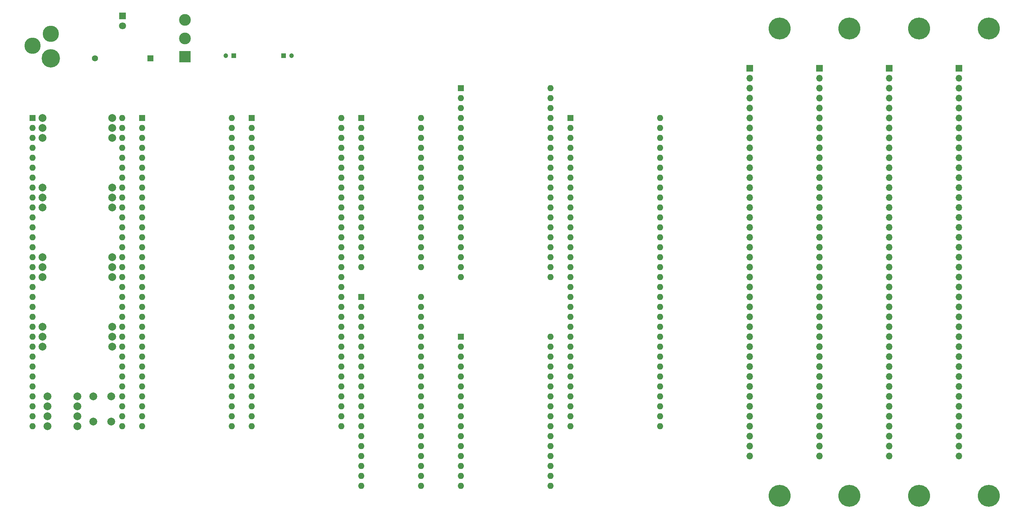
<source format=gbr>
%TF.GenerationSoftware,KiCad,Pcbnew,7.0.5*%
%TF.CreationDate,2023-12-16T14:31:37+02:00*%
%TF.ProjectId,HCP65 Test MPU Board,48435036-3520-4546-9573-74204d505520,rev?*%
%TF.SameCoordinates,Original*%
%TF.FileFunction,Soldermask,Bot*%
%TF.FilePolarity,Negative*%
%FSLAX46Y46*%
G04 Gerber Fmt 4.6, Leading zero omitted, Abs format (unit mm)*
G04 Created by KiCad (PCBNEW 7.0.5) date 2023-12-16 14:31:37*
%MOMM*%
%LPD*%
G01*
G04 APERTURE LIST*
%ADD10R,1.600000X1.600000*%
%ADD11O,1.600000X1.600000*%
%ADD12R,1.700000X1.700000*%
%ADD13O,1.700000X1.700000*%
%ADD14C,4.700000*%
%ADD15C,4.150000*%
%ADD16C,5.600000*%
%ADD17R,1.200000X1.200000*%
%ADD18C,1.200000*%
%ADD19R,3.000000X3.000000*%
%ADD20C,3.000000*%
%ADD21R,1.800000X1.800000*%
%ADD22C,1.800000*%
%ADD23C,2.000000*%
%ADD24R,1.575000X1.575000*%
%ADD25C,1.575000*%
G04 APERTURE END LIST*
D10*
%TO.C,B3*%
X50800000Y-53340000D03*
D11*
X50800000Y-55880000D03*
X50800000Y-58420000D03*
X50800000Y-60960000D03*
X50800000Y-63500000D03*
X50800000Y-66040000D03*
X50800000Y-68580000D03*
X50800000Y-71120000D03*
X50800000Y-73660000D03*
X50800000Y-76200000D03*
X50800000Y-78740000D03*
X50800000Y-81280000D03*
X50800000Y-83820000D03*
X50800000Y-86360000D03*
X50800000Y-88900000D03*
X50800000Y-91440000D03*
X50800000Y-93980000D03*
X50800000Y-96520000D03*
X50800000Y-99060000D03*
X50800000Y-101600000D03*
X50800000Y-104140000D03*
X50800000Y-106680000D03*
X50800000Y-109220000D03*
X50800000Y-111760000D03*
X50800000Y-114300000D03*
X50800000Y-116840000D03*
X50800000Y-119380000D03*
X50800000Y-121920000D03*
X50800000Y-124460000D03*
X50800000Y-127000000D03*
X50800000Y-129540000D03*
X50800000Y-132080000D03*
X73660000Y-132080000D03*
X73660000Y-129540000D03*
X73660000Y-127000000D03*
X73660000Y-124460000D03*
X73660000Y-121920000D03*
X73660000Y-119380000D03*
X73660000Y-116840000D03*
X73660000Y-114300000D03*
X73660000Y-111760000D03*
X73660000Y-109220000D03*
X73660000Y-106680000D03*
X73660000Y-104140000D03*
X73660000Y-101600000D03*
X73660000Y-99060000D03*
X73660000Y-96520000D03*
X73660000Y-93980000D03*
X73660000Y-91440000D03*
X73660000Y-88900000D03*
X73660000Y-86360000D03*
X73660000Y-83820000D03*
X73660000Y-81280000D03*
X73660000Y-78740000D03*
X73660000Y-76200000D03*
X73660000Y-73660000D03*
X73660000Y-71120000D03*
X73660000Y-68580000D03*
X73660000Y-66040000D03*
X73660000Y-63500000D03*
X73660000Y-60960000D03*
X73660000Y-58420000D03*
X73660000Y-55880000D03*
X73660000Y-53340000D03*
%TD*%
D10*
%TO.C,B6*%
X160020000Y-53340000D03*
D11*
X160020000Y-55880000D03*
X160020000Y-58420000D03*
X160020000Y-60960000D03*
X160020000Y-63500000D03*
X160020000Y-66040000D03*
X160020000Y-68580000D03*
X160020000Y-71120000D03*
X160020000Y-73660000D03*
X160020000Y-76200000D03*
X160020000Y-78740000D03*
X160020000Y-81280000D03*
X160020000Y-83820000D03*
X160020000Y-86360000D03*
X160020000Y-88900000D03*
X160020000Y-91440000D03*
X160020000Y-93980000D03*
X160020000Y-96520000D03*
X160020000Y-99060000D03*
X160020000Y-101600000D03*
X160020000Y-104140000D03*
X160020000Y-106680000D03*
X160020000Y-109220000D03*
X160020000Y-111760000D03*
X160020000Y-114300000D03*
X160020000Y-116840000D03*
X160020000Y-119380000D03*
X160020000Y-121920000D03*
X160020000Y-124460000D03*
X160020000Y-127000000D03*
X160020000Y-129540000D03*
X160020000Y-132080000D03*
X182880000Y-132080000D03*
X182880000Y-129540000D03*
X182880000Y-127000000D03*
X182880000Y-124460000D03*
X182880000Y-121920000D03*
X182880000Y-119380000D03*
X182880000Y-116840000D03*
X182880000Y-114300000D03*
X182880000Y-111760000D03*
X182880000Y-109220000D03*
X182880000Y-106680000D03*
X182880000Y-104140000D03*
X182880000Y-101600000D03*
X182880000Y-99060000D03*
X182880000Y-96520000D03*
X182880000Y-93980000D03*
X182880000Y-91440000D03*
X182880000Y-88900000D03*
X182880000Y-86360000D03*
X182880000Y-83820000D03*
X182880000Y-81280000D03*
X182880000Y-78740000D03*
X182880000Y-76200000D03*
X182880000Y-73660000D03*
X182880000Y-71120000D03*
X182880000Y-68580000D03*
X182880000Y-66040000D03*
X182880000Y-63500000D03*
X182880000Y-60960000D03*
X182880000Y-58420000D03*
X182880000Y-55880000D03*
X182880000Y-53340000D03*
%TD*%
D12*
%TO.C,J4*%
X259080000Y-40640000D03*
D13*
X259080000Y-43180000D03*
X259080000Y-45720000D03*
X259080000Y-48260000D03*
X259080000Y-50800000D03*
X259080000Y-53340000D03*
X259080000Y-55880000D03*
X259080000Y-58420000D03*
X259080000Y-60960000D03*
X259080000Y-63500000D03*
X259080000Y-66040000D03*
X259080000Y-68580000D03*
X259080000Y-71120000D03*
X259080000Y-73660000D03*
X259080000Y-76200000D03*
X259080000Y-78740000D03*
X259080000Y-81280000D03*
X259080000Y-83820000D03*
X259080000Y-86360000D03*
X259080000Y-88900000D03*
X259080000Y-91440000D03*
X259080000Y-93980000D03*
X259080000Y-96520000D03*
X259080000Y-99060000D03*
X259080000Y-101600000D03*
X259080000Y-104140000D03*
X259080000Y-106680000D03*
X259080000Y-109220000D03*
X259080000Y-111760000D03*
X259080000Y-114300000D03*
X259080000Y-116840000D03*
X259080000Y-119380000D03*
X259080000Y-121920000D03*
X259080000Y-124460000D03*
X259080000Y-127000000D03*
X259080000Y-129540000D03*
X259080000Y-132080000D03*
X259080000Y-134620000D03*
X259080000Y-137160000D03*
X259080000Y-139700000D03*
%TD*%
D10*
%TO.C,B7*%
X106680000Y-99060000D03*
D11*
X106680000Y-101600000D03*
X106680000Y-104140000D03*
X106680000Y-106680000D03*
X106680000Y-109220000D03*
X106680000Y-111760000D03*
X106680000Y-114300000D03*
X106680000Y-116840000D03*
X106680000Y-119380000D03*
X106680000Y-121920000D03*
X106680000Y-124460000D03*
X106680000Y-127000000D03*
X106680000Y-129540000D03*
X106680000Y-132080000D03*
X106680000Y-134620000D03*
X106680000Y-137160000D03*
X106680000Y-139700000D03*
X106680000Y-142240000D03*
X106680000Y-144780000D03*
X106680000Y-147320000D03*
X121920000Y-147320000D03*
X121920000Y-144780000D03*
X121920000Y-142240000D03*
X121920000Y-139700000D03*
X121920000Y-137160000D03*
X121920000Y-134620000D03*
X121920000Y-132080000D03*
X121920000Y-129540000D03*
X121920000Y-127000000D03*
X121920000Y-124460000D03*
X121920000Y-121920000D03*
X121920000Y-119380000D03*
X121920000Y-116840000D03*
X121920000Y-114300000D03*
X121920000Y-111760000D03*
X121920000Y-109220000D03*
X121920000Y-106680000D03*
X121920000Y-104140000D03*
X121920000Y-101600000D03*
X121920000Y-99060000D03*
%TD*%
D14*
%TO.C,J3*%
X27560000Y-38100000D03*
D15*
X22860000Y-34900000D03*
X27560000Y-31900000D03*
%TD*%
D16*
%TO.C,H19*%
X213360000Y-30480000D03*
%TD*%
D10*
%TO.C,B13*%
X106680000Y-53340000D03*
D11*
X106680000Y-55880000D03*
X106680000Y-58420000D03*
X106680000Y-60960000D03*
X106680000Y-63500000D03*
X106680000Y-66040000D03*
X106680000Y-68580000D03*
X106680000Y-71120000D03*
X106680000Y-73660000D03*
X106680000Y-76200000D03*
X106680000Y-78740000D03*
X106680000Y-81280000D03*
X106680000Y-83820000D03*
X106680000Y-86360000D03*
X106680000Y-88900000D03*
X106680000Y-91440000D03*
X121920000Y-91440000D03*
X121920000Y-88900000D03*
X121920000Y-86360000D03*
X121920000Y-83820000D03*
X121920000Y-81280000D03*
X121920000Y-78740000D03*
X121920000Y-76200000D03*
X121920000Y-73660000D03*
X121920000Y-71120000D03*
X121920000Y-68580000D03*
X121920000Y-66040000D03*
X121920000Y-63500000D03*
X121920000Y-60960000D03*
X121920000Y-58420000D03*
X121920000Y-55880000D03*
X121920000Y-53340000D03*
%TD*%
D12*
%TO.C,J2*%
X241300000Y-40640000D03*
D13*
X241300000Y-43180000D03*
X241300000Y-45720000D03*
X241300000Y-48260000D03*
X241300000Y-50800000D03*
X241300000Y-53340000D03*
X241300000Y-55880000D03*
X241300000Y-58420000D03*
X241300000Y-60960000D03*
X241300000Y-63500000D03*
X241300000Y-66040000D03*
X241300000Y-68580000D03*
X241300000Y-71120000D03*
X241300000Y-73660000D03*
X241300000Y-76200000D03*
X241300000Y-78740000D03*
X241300000Y-81280000D03*
X241300000Y-83820000D03*
X241300000Y-86360000D03*
X241300000Y-88900000D03*
X241300000Y-91440000D03*
X241300000Y-93980000D03*
X241300000Y-96520000D03*
X241300000Y-99060000D03*
X241300000Y-101600000D03*
X241300000Y-104140000D03*
X241300000Y-106680000D03*
X241300000Y-109220000D03*
X241300000Y-111760000D03*
X241300000Y-114300000D03*
X241300000Y-116840000D03*
X241300000Y-119380000D03*
X241300000Y-121920000D03*
X241300000Y-124460000D03*
X241300000Y-127000000D03*
X241300000Y-129540000D03*
X241300000Y-132080000D03*
X241300000Y-134620000D03*
X241300000Y-137160000D03*
X241300000Y-139700000D03*
%TD*%
D17*
%TO.C,C4*%
X74168000Y-37465000D03*
D18*
X72168000Y-37465000D03*
%TD*%
D16*
%TO.C,H8*%
X231140000Y-30480000D03*
%TD*%
D12*
%TO.C,J1*%
X205740000Y-40640000D03*
D13*
X205740000Y-43180000D03*
X205740000Y-45720000D03*
X205740000Y-48260000D03*
X205740000Y-50800000D03*
X205740000Y-53340000D03*
X205740000Y-55880000D03*
X205740000Y-58420000D03*
X205740000Y-60960000D03*
X205740000Y-63500000D03*
X205740000Y-66040000D03*
X205740000Y-68580000D03*
X205740000Y-71120000D03*
X205740000Y-73660000D03*
X205740000Y-76200000D03*
X205740000Y-78740000D03*
X205740000Y-81280000D03*
X205740000Y-83820000D03*
X205740000Y-86360000D03*
X205740000Y-88900000D03*
X205740000Y-91440000D03*
X205740000Y-93980000D03*
X205740000Y-96520000D03*
X205740000Y-99060000D03*
X205740000Y-101600000D03*
X205740000Y-104140000D03*
X205740000Y-106680000D03*
X205740000Y-109220000D03*
X205740000Y-111760000D03*
X205740000Y-114300000D03*
X205740000Y-116840000D03*
X205740000Y-119380000D03*
X205740000Y-121920000D03*
X205740000Y-124460000D03*
X205740000Y-127000000D03*
X205740000Y-129540000D03*
X205740000Y-132080000D03*
X205740000Y-134620000D03*
X205740000Y-137160000D03*
X205740000Y-139700000D03*
%TD*%
D12*
%TO.C,J10*%
X223520000Y-40640000D03*
D13*
X223520000Y-43180000D03*
X223520000Y-45720000D03*
X223520000Y-48260000D03*
X223520000Y-50800000D03*
X223520000Y-53340000D03*
X223520000Y-55880000D03*
X223520000Y-58420000D03*
X223520000Y-60960000D03*
X223520000Y-63500000D03*
X223520000Y-66040000D03*
X223520000Y-68580000D03*
X223520000Y-71120000D03*
X223520000Y-73660000D03*
X223520000Y-76200000D03*
X223520000Y-78740000D03*
X223520000Y-81280000D03*
X223520000Y-83820000D03*
X223520000Y-86360000D03*
X223520000Y-88900000D03*
X223520000Y-91440000D03*
X223520000Y-93980000D03*
X223520000Y-96520000D03*
X223520000Y-99060000D03*
X223520000Y-101600000D03*
X223520000Y-104140000D03*
X223520000Y-106680000D03*
X223520000Y-109220000D03*
X223520000Y-111760000D03*
X223520000Y-114300000D03*
X223520000Y-116840000D03*
X223520000Y-119380000D03*
X223520000Y-121920000D03*
X223520000Y-124460000D03*
X223520000Y-127000000D03*
X223520000Y-129540000D03*
X223520000Y-132080000D03*
X223520000Y-134620000D03*
X223520000Y-137160000D03*
X223520000Y-139700000D03*
%TD*%
D16*
%TO.C,H24*%
X213360000Y-149860000D03*
%TD*%
D19*
%TO.C,S2*%
X61722000Y-37719000D03*
D20*
X61722000Y-33020000D03*
X61722000Y-28321000D03*
%TD*%
D16*
%TO.C,H21*%
X266700000Y-149860000D03*
%TD*%
D21*
%TO.C,LED2*%
X45847000Y-27300000D03*
D22*
X45847000Y-29840000D03*
%TD*%
D17*
%TO.C,C3*%
X86868000Y-37465000D03*
D18*
X88868000Y-37465000D03*
%TD*%
D10*
%TO.C,B1*%
X78740000Y-53340000D03*
D11*
X78740000Y-55880000D03*
X78740000Y-58420000D03*
X78740000Y-60960000D03*
X78740000Y-63500000D03*
X78740000Y-66040000D03*
X78740000Y-68580000D03*
X78740000Y-71120000D03*
X78740000Y-73660000D03*
X78740000Y-76200000D03*
X78740000Y-78740000D03*
X78740000Y-81280000D03*
X78740000Y-83820000D03*
X78740000Y-86360000D03*
X78740000Y-88900000D03*
X78740000Y-91440000D03*
X78740000Y-93980000D03*
X78740000Y-96520000D03*
X78740000Y-99060000D03*
X78740000Y-101600000D03*
X78740000Y-104140000D03*
X78740000Y-106680000D03*
X78740000Y-109220000D03*
X78740000Y-111760000D03*
X78740000Y-114300000D03*
X78740000Y-116840000D03*
X78740000Y-119380000D03*
X78740000Y-121920000D03*
X78740000Y-124460000D03*
X78740000Y-127000000D03*
X78740000Y-129540000D03*
X78740000Y-132080000D03*
X101600000Y-132080000D03*
X101600000Y-129540000D03*
X101600000Y-127000000D03*
X101600000Y-124460000D03*
X101600000Y-121920000D03*
X101600000Y-119380000D03*
X101600000Y-116840000D03*
X101600000Y-114300000D03*
X101600000Y-111760000D03*
X101600000Y-109220000D03*
X101600000Y-106680000D03*
X101600000Y-104140000D03*
X101600000Y-101600000D03*
X101600000Y-99060000D03*
X101600000Y-96520000D03*
X101600000Y-93980000D03*
X101600000Y-91440000D03*
X101600000Y-88900000D03*
X101600000Y-86360000D03*
X101600000Y-83820000D03*
X101600000Y-81280000D03*
X101600000Y-78740000D03*
X101600000Y-76200000D03*
X101600000Y-73660000D03*
X101600000Y-71120000D03*
X101600000Y-68580000D03*
X101600000Y-66040000D03*
X101600000Y-63500000D03*
X101600000Y-60960000D03*
X101600000Y-58420000D03*
X101600000Y-55880000D03*
X101600000Y-53340000D03*
%TD*%
D16*
%TO.C,H16*%
X248920000Y-149860000D03*
%TD*%
%TO.C,H17*%
X231140000Y-149860000D03*
%TD*%
D10*
%TO.C,B2*%
X132080000Y-109220000D03*
D11*
X132080000Y-111760000D03*
X132080000Y-114300000D03*
X132080000Y-116840000D03*
X132080000Y-119380000D03*
X132080000Y-121920000D03*
X132080000Y-124460000D03*
X132080000Y-127000000D03*
X132080000Y-129540000D03*
X132080000Y-132080000D03*
X132080000Y-134620000D03*
X132080000Y-137160000D03*
X132080000Y-139700000D03*
X132080000Y-142240000D03*
X132080000Y-144780000D03*
X132080000Y-147320000D03*
X154940000Y-147320000D03*
X154940000Y-144780000D03*
X154940000Y-142240000D03*
X154940000Y-139700000D03*
X154940000Y-137160000D03*
X154940000Y-134620000D03*
X154940000Y-132080000D03*
X154940000Y-129540000D03*
X154940000Y-127000000D03*
X154940000Y-124460000D03*
X154940000Y-121920000D03*
X154940000Y-119380000D03*
X154940000Y-116840000D03*
X154940000Y-114300000D03*
X154940000Y-111760000D03*
X154940000Y-109220000D03*
%TD*%
D23*
%TO.C,B12*%
X25400000Y-53340000D03*
X25400000Y-55880000D03*
X25400000Y-58420000D03*
X25400000Y-71120000D03*
X25400000Y-73660000D03*
X25400000Y-76200000D03*
X25400000Y-88900000D03*
X25400000Y-91440000D03*
X25400000Y-93980000D03*
X25400000Y-106680000D03*
X25400000Y-109220000D03*
X25400000Y-111760000D03*
X26670000Y-124460000D03*
X26670000Y-127000000D03*
X26670000Y-129540000D03*
X26670000Y-132080000D03*
X34290000Y-124460000D03*
X34290000Y-127000000D03*
X34290000Y-129540000D03*
X34290000Y-132080000D03*
X38390000Y-124460000D03*
X38390000Y-130960000D03*
X42890000Y-124460000D03*
X42890000Y-130960000D03*
X43180000Y-53340000D03*
X43180000Y-55880000D03*
X43180000Y-58420000D03*
X43180000Y-71120000D03*
X43180000Y-73660000D03*
X43180000Y-76200000D03*
X43180000Y-88900000D03*
X43180000Y-91440000D03*
X43180000Y-93980000D03*
X43180000Y-106680000D03*
X43180000Y-109220000D03*
X43180000Y-111760000D03*
D10*
X22860000Y-53340000D03*
D11*
X22860000Y-55880000D03*
X22860000Y-58420000D03*
X22860000Y-60960000D03*
X22860000Y-63500000D03*
X22860000Y-66040000D03*
X22860000Y-68580000D03*
X22860000Y-71120000D03*
X22860000Y-73660000D03*
X22860000Y-76200000D03*
X22860000Y-78740000D03*
X22860000Y-81280000D03*
X22860000Y-83820000D03*
X22860000Y-86360000D03*
X22860000Y-88900000D03*
X22860000Y-91440000D03*
X22860000Y-93980000D03*
X22860000Y-96520000D03*
X22860000Y-99060000D03*
X22860000Y-101600000D03*
X22860000Y-104140000D03*
X22860000Y-106680000D03*
X22860000Y-109220000D03*
X22860000Y-111760000D03*
X22860000Y-114300000D03*
X22860000Y-116840000D03*
X22860000Y-119380000D03*
X22860000Y-121920000D03*
X22860000Y-124460000D03*
X22860000Y-127000000D03*
X22860000Y-129540000D03*
X22860000Y-132080000D03*
X45720000Y-132080000D03*
X45720000Y-129540000D03*
X45720000Y-127000000D03*
X45720000Y-124460000D03*
X45720000Y-121920000D03*
X45720000Y-119380000D03*
X45720000Y-116840000D03*
X45720000Y-114300000D03*
X45720000Y-111760000D03*
X45720000Y-109220000D03*
X45720000Y-106680000D03*
X45720000Y-104140000D03*
X45720000Y-101600000D03*
X45720000Y-99060000D03*
X45720000Y-96520000D03*
X45720000Y-93980000D03*
X45720000Y-91440000D03*
X45720000Y-88900000D03*
X45720000Y-86360000D03*
X45720000Y-83820000D03*
X45720000Y-81280000D03*
X45720000Y-78740000D03*
X45720000Y-76200000D03*
X45720000Y-73660000D03*
X45720000Y-71120000D03*
X45720000Y-68580000D03*
X45720000Y-66040000D03*
X45720000Y-63500000D03*
X45720000Y-60960000D03*
X45720000Y-58420000D03*
X45720000Y-55880000D03*
X45720000Y-53340000D03*
%TD*%
D24*
%TO.C,D1*%
X52896500Y-38099500D03*
D25*
X38796500Y-38099500D03*
%TD*%
D16*
%TO.C,H12*%
X248920000Y-30480000D03*
%TD*%
D10*
%TO.C,B4*%
X132080000Y-45720000D03*
D11*
X132080000Y-48260000D03*
X132080000Y-50800000D03*
X132080000Y-53340000D03*
X132080000Y-55880000D03*
X132080000Y-58420000D03*
X132080000Y-60960000D03*
X132080000Y-63500000D03*
X132080000Y-66040000D03*
X132080000Y-68580000D03*
X132080000Y-71120000D03*
X132080000Y-73660000D03*
X132080000Y-76200000D03*
X132080000Y-78740000D03*
X132080000Y-81280000D03*
X132080000Y-83820000D03*
X132080000Y-86360000D03*
X132080000Y-88900000D03*
X132080000Y-91440000D03*
X132080000Y-93980000D03*
X154940000Y-93980000D03*
X154940000Y-91440000D03*
X154940000Y-88900000D03*
X154940000Y-86360000D03*
X154940000Y-83820000D03*
X154940000Y-81280000D03*
X154940000Y-78740000D03*
X154940000Y-76200000D03*
X154940000Y-73660000D03*
X154940000Y-71120000D03*
X154940000Y-68580000D03*
X154940000Y-66040000D03*
X154940000Y-63500000D03*
X154940000Y-60960000D03*
X154940000Y-58420000D03*
X154940000Y-55880000D03*
X154940000Y-53340000D03*
X154940000Y-50800000D03*
X154940000Y-48260000D03*
X154940000Y-45720000D03*
%TD*%
D16*
%TO.C,H9*%
X266700000Y-30480000D03*
%TD*%
M02*

</source>
